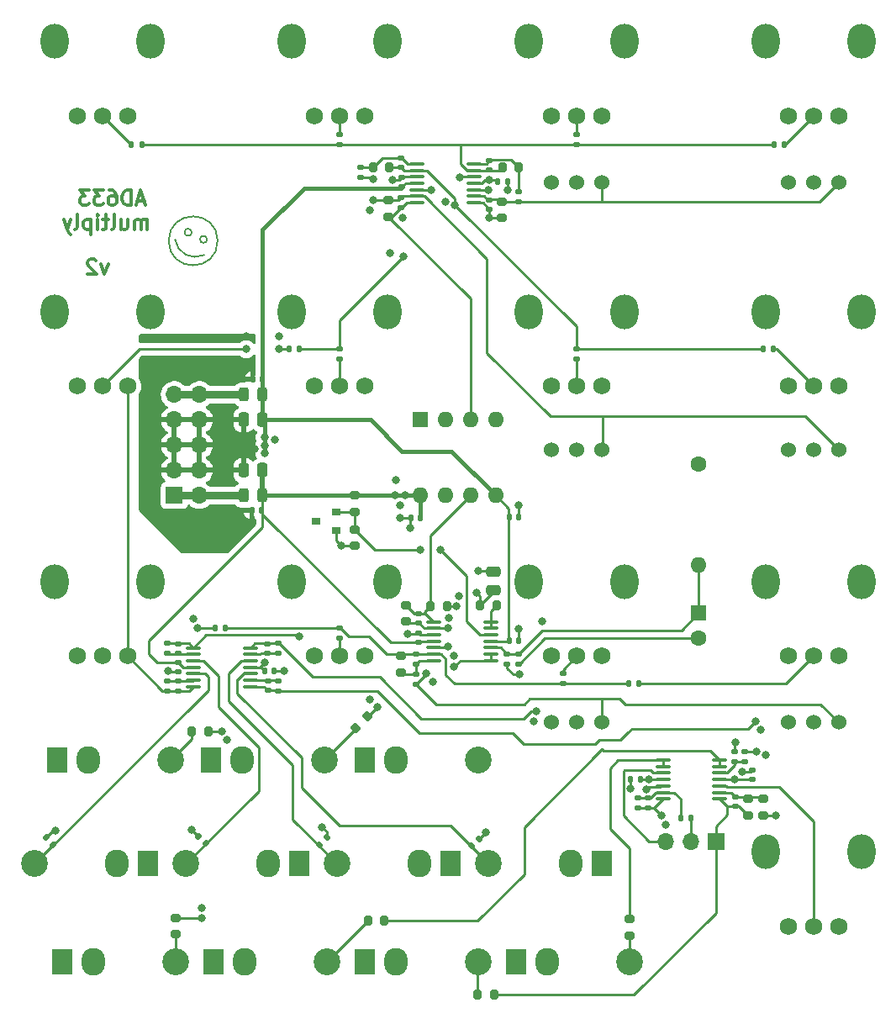
<source format=gbl>
G04 #@! TF.GenerationSoftware,KiCad,Pcbnew,(6.0.0)*
G04 #@! TF.CreationDate,2022-02-23T18:40:55+01:00*
G04 #@! TF.ProjectId,ad633muliply,61643633-336d-4756-9c69-706c792e6b69,rev?*
G04 #@! TF.SameCoordinates,Original*
G04 #@! TF.FileFunction,Copper,L4,Bot*
G04 #@! TF.FilePolarity,Positive*
%FSLAX46Y46*%
G04 Gerber Fmt 4.6, Leading zero omitted, Abs format (unit mm)*
G04 Created by KiCad (PCBNEW (6.0.0)) date 2022-02-23 18:40:55*
%MOMM*%
%LPD*%
G01*
G04 APERTURE LIST*
G04 Aperture macros list*
%AMRoundRect*
0 Rectangle with rounded corners*
0 $1 Rounding radius*
0 $2 $3 $4 $5 $6 $7 $8 $9 X,Y pos of 4 corners*
0 Add a 4 corners polygon primitive as box body*
4,1,4,$2,$3,$4,$5,$6,$7,$8,$9,$2,$3,0*
0 Add four circle primitives for the rounded corners*
1,1,$1+$1,$2,$3*
1,1,$1+$1,$4,$5*
1,1,$1+$1,$6,$7*
1,1,$1+$1,$8,$9*
0 Add four rect primitives between the rounded corners*
20,1,$1+$1,$2,$3,$4,$5,0*
20,1,$1+$1,$4,$5,$6,$7,0*
20,1,$1+$1,$6,$7,$8,$9,0*
20,1,$1+$1,$8,$9,$2,$3,0*%
G04 Aperture macros list end*
G04 #@! TA.AperFunction,NonConductor*
%ADD10C,0.200000*%
G04 #@! TD*
%ADD11C,0.300000*%
G04 #@! TA.AperFunction,NonConductor*
%ADD12C,0.300000*%
G04 #@! TD*
G04 #@! TA.AperFunction,ComponentPad*
%ADD13R,2.150000X2.600000*%
G04 #@! TD*
G04 #@! TA.AperFunction,ComponentPad*
%ADD14C,2.700000*%
G04 #@! TD*
G04 #@! TA.AperFunction,ComponentPad*
%ADD15O,2.350000X2.800000*%
G04 #@! TD*
G04 #@! TA.AperFunction,ComponentPad*
%ADD16O,2.800000X3.500000*%
G04 #@! TD*
G04 #@! TA.AperFunction,ComponentPad*
%ADD17C,1.750000*%
G04 #@! TD*
G04 #@! TA.AperFunction,ComponentPad*
%ADD18C,1.524000*%
G04 #@! TD*
G04 #@! TA.AperFunction,SMDPad,CuDef*
%ADD19RoundRect,0.140000X-0.170000X0.140000X-0.170000X-0.140000X0.170000X-0.140000X0.170000X0.140000X0*%
G04 #@! TD*
G04 #@! TA.AperFunction,SMDPad,CuDef*
%ADD20RoundRect,0.140000X0.170000X-0.140000X0.170000X0.140000X-0.170000X0.140000X-0.170000X-0.140000X0*%
G04 #@! TD*
G04 #@! TA.AperFunction,SMDPad,CuDef*
%ADD21RoundRect,0.135000X-0.226274X-0.035355X-0.035355X-0.226274X0.226274X0.035355X0.035355X0.226274X0*%
G04 #@! TD*
G04 #@! TA.AperFunction,SMDPad,CuDef*
%ADD22RoundRect,0.135000X-0.135000X-0.185000X0.135000X-0.185000X0.135000X0.185000X-0.135000X0.185000X0*%
G04 #@! TD*
G04 #@! TA.AperFunction,SMDPad,CuDef*
%ADD23RoundRect,0.135000X-0.185000X0.135000X-0.185000X-0.135000X0.185000X-0.135000X0.185000X0.135000X0*%
G04 #@! TD*
G04 #@! TA.AperFunction,SMDPad,CuDef*
%ADD24RoundRect,0.135000X0.185000X-0.135000X0.185000X0.135000X-0.185000X0.135000X-0.185000X-0.135000X0*%
G04 #@! TD*
G04 #@! TA.AperFunction,SMDPad,CuDef*
%ADD25RoundRect,0.135000X-0.035355X0.226274X-0.226274X0.035355X0.035355X-0.226274X0.226274X-0.035355X0*%
G04 #@! TD*
G04 #@! TA.AperFunction,SMDPad,CuDef*
%ADD26RoundRect,0.135000X0.135000X0.185000X-0.135000X0.185000X-0.135000X-0.185000X0.135000X-0.185000X0*%
G04 #@! TD*
G04 #@! TA.AperFunction,SMDPad,CuDef*
%ADD27RoundRect,0.250000X-0.250000X-0.475000X0.250000X-0.475000X0.250000X0.475000X-0.250000X0.475000X0*%
G04 #@! TD*
G04 #@! TA.AperFunction,SMDPad,CuDef*
%ADD28RoundRect,0.140000X0.140000X0.170000X-0.140000X0.170000X-0.140000X-0.170000X0.140000X-0.170000X0*%
G04 #@! TD*
G04 #@! TA.AperFunction,SMDPad,CuDef*
%ADD29RoundRect,0.140000X-0.140000X-0.170000X0.140000X-0.170000X0.140000X0.170000X-0.140000X0.170000X0*%
G04 #@! TD*
G04 #@! TA.AperFunction,SMDPad,CuDef*
%ADD30RoundRect,0.200000X0.200000X0.275000X-0.200000X0.275000X-0.200000X-0.275000X0.200000X-0.275000X0*%
G04 #@! TD*
G04 #@! TA.AperFunction,SMDPad,CuDef*
%ADD31RoundRect,0.100000X0.637500X0.100000X-0.637500X0.100000X-0.637500X-0.100000X0.637500X-0.100000X0*%
G04 #@! TD*
G04 #@! TA.AperFunction,ComponentPad*
%ADD32R,1.600000X1.600000*%
G04 #@! TD*
G04 #@! TA.AperFunction,ComponentPad*
%ADD33O,1.600000X1.600000*%
G04 #@! TD*
G04 #@! TA.AperFunction,ComponentPad*
%ADD34R,1.700000X1.700000*%
G04 #@! TD*
G04 #@! TA.AperFunction,ComponentPad*
%ADD35O,1.700000X1.700000*%
G04 #@! TD*
G04 #@! TA.AperFunction,SMDPad,CuDef*
%ADD36RoundRect,0.200000X-0.053033X0.335876X-0.335876X0.053033X0.053033X-0.335876X0.335876X-0.053033X0*%
G04 #@! TD*
G04 #@! TA.AperFunction,SMDPad,CuDef*
%ADD37RoundRect,0.200000X-0.200000X-0.275000X0.200000X-0.275000X0.200000X0.275000X-0.200000X0.275000X0*%
G04 #@! TD*
G04 #@! TA.AperFunction,SMDPad,CuDef*
%ADD38RoundRect,0.200000X-0.275000X0.200000X-0.275000X-0.200000X0.275000X-0.200000X0.275000X0.200000X0*%
G04 #@! TD*
G04 #@! TA.AperFunction,SMDPad,CuDef*
%ADD39RoundRect,0.100000X-0.637500X-0.100000X0.637500X-0.100000X0.637500X0.100000X-0.637500X0.100000X0*%
G04 #@! TD*
G04 #@! TA.AperFunction,SMDPad,CuDef*
%ADD40RoundRect,0.200000X0.275000X-0.200000X0.275000X0.200000X-0.275000X0.200000X-0.275000X-0.200000X0*%
G04 #@! TD*
G04 #@! TA.AperFunction,ComponentPad*
%ADD41C,1.600000*%
G04 #@! TD*
G04 #@! TA.AperFunction,SMDPad,CuDef*
%ADD42RoundRect,0.243750X-0.243750X-0.456250X0.243750X-0.456250X0.243750X0.456250X-0.243750X0.456250X0*%
G04 #@! TD*
G04 #@! TA.AperFunction,SMDPad,CuDef*
%ADD43RoundRect,0.250000X0.250000X0.475000X-0.250000X0.475000X-0.250000X-0.475000X0.250000X-0.475000X0*%
G04 #@! TD*
G04 #@! TA.AperFunction,SMDPad,CuDef*
%ADD44R,0.900000X0.800000*%
G04 #@! TD*
G04 #@! TA.AperFunction,SMDPad,CuDef*
%ADD45RoundRect,0.250000X0.475000X-0.250000X0.475000X0.250000X-0.475000X0.250000X-0.475000X-0.250000X0*%
G04 #@! TD*
G04 #@! TA.AperFunction,ViaPad*
%ADD46C,0.800000*%
G04 #@! TD*
G04 #@! TA.AperFunction,Conductor*
%ADD47C,0.250000*%
G04 #@! TD*
G04 #@! TA.AperFunction,Conductor*
%ADD48C,0.400000*%
G04 #@! TD*
G04 #@! TA.AperFunction,Conductor*
%ADD49C,0.500000*%
G04 #@! TD*
G04 #@! TA.AperFunction,Conductor*
%ADD50C,0.750000*%
G04 #@! TD*
G04 APERTURE END LIST*
D10*
X96004561Y-95489621D02*
G75*
G03*
X96004561Y-95489621I-359210J0D01*
G01*
X92778000Y-95510000D02*
G75*
G03*
X95690000Y-97080000I2039394J297066D01*
G01*
X94455161Y-94778421D02*
G75*
G03*
X94455161Y-94778421I-359210J0D01*
G01*
X97066598Y-95642021D02*
G75*
G03*
X97066598Y-95642021I-2466432J0D01*
G01*
D11*
D12*
X89678428Y-91630500D02*
X88964142Y-91630500D01*
X89821285Y-92059071D02*
X89321285Y-90559071D01*
X88821285Y-92059071D01*
X88321285Y-92059071D02*
X88321285Y-90559071D01*
X87964142Y-90559071D01*
X87749857Y-90630500D01*
X87607000Y-90773357D01*
X87535571Y-90916214D01*
X87464142Y-91201928D01*
X87464142Y-91416214D01*
X87535571Y-91701928D01*
X87607000Y-91844785D01*
X87749857Y-91987642D01*
X87964142Y-92059071D01*
X88321285Y-92059071D01*
X86178428Y-90559071D02*
X86464142Y-90559071D01*
X86607000Y-90630500D01*
X86678428Y-90701928D01*
X86821285Y-90916214D01*
X86892714Y-91201928D01*
X86892714Y-91773357D01*
X86821285Y-91916214D01*
X86749857Y-91987642D01*
X86607000Y-92059071D01*
X86321285Y-92059071D01*
X86178428Y-91987642D01*
X86107000Y-91916214D01*
X86035571Y-91773357D01*
X86035571Y-91416214D01*
X86107000Y-91273357D01*
X86178428Y-91201928D01*
X86321285Y-91130500D01*
X86607000Y-91130500D01*
X86749857Y-91201928D01*
X86821285Y-91273357D01*
X86892714Y-91416214D01*
X85535571Y-90559071D02*
X84607000Y-90559071D01*
X85107000Y-91130500D01*
X84892714Y-91130500D01*
X84749857Y-91201928D01*
X84678428Y-91273357D01*
X84607000Y-91416214D01*
X84607000Y-91773357D01*
X84678428Y-91916214D01*
X84749857Y-91987642D01*
X84892714Y-92059071D01*
X85321285Y-92059071D01*
X85464142Y-91987642D01*
X85535571Y-91916214D01*
X84107000Y-90559071D02*
X83178428Y-90559071D01*
X83678428Y-91130500D01*
X83464142Y-91130500D01*
X83321285Y-91201928D01*
X83249857Y-91273357D01*
X83178428Y-91416214D01*
X83178428Y-91773357D01*
X83249857Y-91916214D01*
X83321285Y-91987642D01*
X83464142Y-92059071D01*
X83892714Y-92059071D01*
X84035571Y-91987642D01*
X84107000Y-91916214D01*
X89999857Y-94474071D02*
X89999857Y-93474071D01*
X89999857Y-93616928D02*
X89928428Y-93545500D01*
X89785571Y-93474071D01*
X89571285Y-93474071D01*
X89428428Y-93545500D01*
X89357000Y-93688357D01*
X89357000Y-94474071D01*
X89357000Y-93688357D02*
X89285571Y-93545500D01*
X89142714Y-93474071D01*
X88928428Y-93474071D01*
X88785571Y-93545500D01*
X88714142Y-93688357D01*
X88714142Y-94474071D01*
X87357000Y-93474071D02*
X87357000Y-94474071D01*
X87999857Y-93474071D02*
X87999857Y-94259785D01*
X87928428Y-94402642D01*
X87785571Y-94474071D01*
X87571285Y-94474071D01*
X87428428Y-94402642D01*
X87357000Y-94331214D01*
X86428428Y-94474071D02*
X86571285Y-94402642D01*
X86642714Y-94259785D01*
X86642714Y-92974071D01*
X86071285Y-93474071D02*
X85499857Y-93474071D01*
X85857000Y-92974071D02*
X85857000Y-94259785D01*
X85785571Y-94402642D01*
X85642714Y-94474071D01*
X85499857Y-94474071D01*
X84999857Y-94474071D02*
X84999857Y-93474071D01*
X84999857Y-92974071D02*
X85071285Y-93045500D01*
X84999857Y-93116928D01*
X84928428Y-93045500D01*
X84999857Y-92974071D01*
X84999857Y-93116928D01*
X84285571Y-93474071D02*
X84285571Y-94974071D01*
X84285571Y-93545500D02*
X84142714Y-93474071D01*
X83857000Y-93474071D01*
X83714142Y-93545500D01*
X83642714Y-93616928D01*
X83571285Y-93759785D01*
X83571285Y-94188357D01*
X83642714Y-94331214D01*
X83714142Y-94402642D01*
X83857000Y-94474071D01*
X84142714Y-94474071D01*
X84285571Y-94402642D01*
X82714142Y-94474071D02*
X82857000Y-94402642D01*
X82928428Y-94259785D01*
X82928428Y-92974071D01*
X82285571Y-93474071D02*
X81928428Y-94474071D01*
X81571285Y-93474071D02*
X81928428Y-94474071D01*
X82071285Y-94831214D01*
X82142714Y-94902642D01*
X82285571Y-94974071D01*
D11*
D12*
X86039428Y-97981571D02*
X85682285Y-98981571D01*
X85325142Y-97981571D01*
X84825142Y-97624428D02*
X84753714Y-97553000D01*
X84610857Y-97481571D01*
X84253714Y-97481571D01*
X84110857Y-97553000D01*
X84039428Y-97624428D01*
X83968000Y-97767285D01*
X83968000Y-97910142D01*
X84039428Y-98124428D01*
X84896571Y-98981571D01*
X83968000Y-98981571D01*
D13*
X90048000Y-158374000D03*
D14*
X78648000Y-158374000D03*
D15*
X86948000Y-158374000D03*
D13*
X120528000Y-158374000D03*
D14*
X109128000Y-158374000D03*
D15*
X117428000Y-158374000D03*
D16*
X80676000Y-102769166D03*
X90276000Y-102769166D03*
D17*
X82976000Y-110269166D03*
X85476000Y-110269166D03*
X87976000Y-110269166D03*
D16*
X90276000Y-129968332D03*
X80676000Y-129968332D03*
D17*
X82976000Y-137468332D03*
X85476000Y-137468332D03*
X87976000Y-137468332D03*
D16*
X114152000Y-102769166D03*
X104552000Y-102769166D03*
D17*
X106852000Y-110269166D03*
X109352000Y-110269166D03*
X111852000Y-110269166D03*
D16*
X104552000Y-129968332D03*
X114152000Y-129968332D03*
D17*
X106852000Y-137468332D03*
X109352000Y-137468332D03*
X111852000Y-137468332D03*
D16*
X128428000Y-102769166D03*
X138028000Y-102769166D03*
D17*
X130728000Y-110269166D03*
X133228000Y-110269166D03*
X135728000Y-110269166D03*
D16*
X128428000Y-129968332D03*
X138028000Y-129968332D03*
D17*
X130728000Y-137468332D03*
X133228000Y-137468332D03*
X135728000Y-137468332D03*
D16*
X161904000Y-75570000D03*
X152304000Y-75570000D03*
D17*
X154604000Y-83070000D03*
X157104000Y-83070000D03*
X159604000Y-83070000D03*
D16*
X152304000Y-102769166D03*
X161904000Y-102769166D03*
D17*
X154604000Y-110269166D03*
X157104000Y-110269166D03*
X159604000Y-110269166D03*
D16*
X161904000Y-129968332D03*
X152304000Y-129968332D03*
D17*
X154604000Y-137468332D03*
X157104000Y-137468332D03*
X159604000Y-137468332D03*
D13*
X135768000Y-158374000D03*
D14*
X124368000Y-158374000D03*
D15*
X132668000Y-158374000D03*
D13*
X127132000Y-168280000D03*
D14*
X138532000Y-168280000D03*
D15*
X130232000Y-168280000D03*
D13*
X111892000Y-168280000D03*
D14*
X123292000Y-168280000D03*
D15*
X114992000Y-168280000D03*
D13*
X105288000Y-158374000D03*
D14*
X93888000Y-158374000D03*
D15*
X102188000Y-158374000D03*
D16*
X161904000Y-157165000D03*
X152304000Y-157165000D03*
D17*
X154604000Y-164665000D03*
X157104000Y-164665000D03*
X159604000Y-164665000D03*
D16*
X128428000Y-75570000D03*
X138028000Y-75570000D03*
D17*
X130728000Y-83070000D03*
X133228000Y-83070000D03*
X135728000Y-83070000D03*
D16*
X80676000Y-75570000D03*
X90276000Y-75570000D03*
D17*
X82976000Y-83070000D03*
X85476000Y-83070000D03*
X87976000Y-83070000D03*
D16*
X104552000Y-75570000D03*
X114152000Y-75570000D03*
D17*
X106852000Y-83070000D03*
X109352000Y-83070000D03*
X111852000Y-83070000D03*
D13*
X81412000Y-168280000D03*
D14*
X92812000Y-168280000D03*
D15*
X84512000Y-168280000D03*
D18*
X130688000Y-89794000D03*
X133228000Y-89794000D03*
X135768000Y-89794000D03*
X130688000Y-116718000D03*
X133228000Y-116718000D03*
X135768000Y-116718000D03*
X130688000Y-144150000D03*
X133228000Y-144150000D03*
X135768000Y-144150000D03*
X154564000Y-89794000D03*
X157104000Y-89794000D03*
X159644000Y-89794000D03*
X154564000Y-116718000D03*
X157104000Y-116718000D03*
X159644000Y-116718000D03*
X154564000Y-144150000D03*
X157104000Y-144150000D03*
X159644000Y-144150000D03*
D13*
X96398000Y-147960000D03*
D14*
X107798000Y-147960000D03*
D15*
X99498000Y-147960000D03*
D13*
X111892000Y-147960000D03*
D14*
X123292000Y-147960000D03*
D15*
X114992000Y-147960000D03*
D13*
X80904000Y-147960000D03*
D14*
X92304000Y-147960000D03*
D15*
X84004000Y-147960000D03*
D13*
X96652000Y-168280000D03*
D14*
X108052000Y-168280000D03*
D15*
X99752000Y-168280000D03*
D19*
X102087600Y-136202400D03*
X102087600Y-137162400D03*
D20*
X102138400Y-140921600D03*
X102138400Y-139961600D03*
D19*
X115575000Y-87282000D03*
X115575000Y-88242000D03*
D20*
X117022800Y-138252000D03*
X117022800Y-137292000D03*
D21*
X79801752Y-155747752D03*
X80523000Y-156469000D03*
D22*
X104270000Y-106558000D03*
X105290000Y-106558000D03*
X96853200Y-134650400D03*
X97873200Y-134650400D03*
D23*
X91978400Y-136170400D03*
X91978400Y-137190400D03*
D21*
X95168752Y-155620752D03*
X95890000Y-156342000D03*
D24*
X109352000Y-107574000D03*
X109352000Y-106554000D03*
X109352000Y-135666400D03*
X109352000Y-134646400D03*
D23*
X103154400Y-136170400D03*
X103154400Y-137190400D03*
D25*
X108041248Y-155747752D03*
X107320000Y-156469000D03*
D24*
X133228000Y-107578000D03*
X133228000Y-106558000D03*
D23*
X131856400Y-139195000D03*
X131856400Y-140215000D03*
D24*
X103205200Y-140953600D03*
X103205200Y-139933600D03*
D26*
X153044000Y-106558000D03*
X152024000Y-106558000D03*
X139480400Y-140238400D03*
X138460400Y-140238400D03*
D25*
X123408248Y-155874752D03*
X122687000Y-156596000D03*
D27*
X99700000Y-113670000D03*
X101600000Y-113670000D03*
D20*
X115651200Y-90223200D03*
X115651200Y-89263200D03*
D19*
X150906400Y-148953200D03*
X150906400Y-149913200D03*
D28*
X139628800Y-149890400D03*
X138668800Y-149890400D03*
D29*
X126420800Y-123423600D03*
X127380800Y-123423600D03*
D20*
X93096000Y-140944400D03*
X93096000Y-139984400D03*
X149230000Y-152605600D03*
X149230000Y-151645600D03*
D23*
X133228000Y-84964000D03*
X133228000Y-85984000D03*
D22*
X88397000Y-85984000D03*
X89417000Y-85984000D03*
D30*
X124921200Y-171582000D03*
X123271200Y-171582000D03*
D31*
X122900200Y-87894800D03*
X122900200Y-88544800D03*
X122900200Y-89194800D03*
X122900200Y-89844800D03*
X122900200Y-90494800D03*
X122900200Y-91144800D03*
X122900200Y-91794800D03*
X117175200Y-91794800D03*
X117175200Y-91144800D03*
X117175200Y-90494800D03*
X117175200Y-89844800D03*
X117175200Y-89194800D03*
X117175200Y-88544800D03*
X117175200Y-87894800D03*
X147639800Y-147940400D03*
X147639800Y-148590400D03*
X147639800Y-149240400D03*
X147639800Y-149890400D03*
X147639800Y-150540400D03*
X147639800Y-151190400D03*
X147639800Y-151840400D03*
X141914800Y-151840400D03*
X141914800Y-151190400D03*
X141914800Y-150540400D03*
X141914800Y-149890400D03*
X141914800Y-149240400D03*
X141914800Y-148590400D03*
X141914800Y-147940400D03*
D32*
X117480000Y-113670000D03*
D33*
X120020000Y-113670000D03*
X122560000Y-113670000D03*
X125100000Y-113670000D03*
X125100000Y-121290000D03*
X122560000Y-121290000D03*
X120020000Y-121290000D03*
X117480000Y-121290000D03*
D20*
X140390800Y-152730000D03*
X140390800Y-151770000D03*
D34*
X147248800Y-156138800D03*
D35*
X144708800Y-156138800D03*
X142168800Y-156138800D03*
D36*
X112169726Y-143566637D03*
X111003000Y-144733363D03*
D37*
X118534600Y-132415200D03*
X120184600Y-132415200D03*
D19*
X117327600Y-135135600D03*
X117327600Y-136095600D03*
D29*
X126420800Y-135920400D03*
X127380800Y-135920400D03*
D20*
X124465000Y-92461000D03*
X124465000Y-91501000D03*
D38*
X125735000Y-91699000D03*
X125735000Y-93349000D03*
D39*
X118867000Y-137921200D03*
X118867000Y-137271200D03*
X118867000Y-136621200D03*
X118867000Y-135971200D03*
X118867000Y-135321200D03*
X118867000Y-134671200D03*
X118867000Y-134021200D03*
X124592000Y-134021200D03*
X124592000Y-134671200D03*
X124592000Y-135321200D03*
X124592000Y-135971200D03*
X124592000Y-136621200D03*
X124592000Y-137271200D03*
X124592000Y-137921200D03*
D40*
X152024000Y-153509400D03*
X152024000Y-151859400D03*
D38*
X150500000Y-151859400D03*
X150500000Y-153509400D03*
X138562000Y-163949800D03*
X138562000Y-165599800D03*
D30*
X96143000Y-145039000D03*
X94493000Y-145039000D03*
D20*
X115575000Y-92278000D03*
X115575000Y-91318000D03*
D19*
X117327600Y-133154400D03*
X117327600Y-134114400D03*
D24*
X111511000Y-89286000D03*
X111511000Y-88266000D03*
X117022800Y-140291200D03*
X117022800Y-139271200D03*
X127386000Y-91699000D03*
X127386000Y-90679000D03*
D32*
X145547000Y-133141000D03*
D41*
X145547000Y-135641000D03*
D23*
X139374800Y-151768000D03*
X139374800Y-152788000D03*
D26*
X144710800Y-153751200D03*
X143690800Y-153751200D03*
D23*
X149179200Y-147094400D03*
X149179200Y-148114400D03*
D38*
X92842000Y-163836000D03*
X92842000Y-165486000D03*
D41*
X145547000Y-118115000D03*
D33*
X145547000Y-128275000D03*
D42*
X99700000Y-121290000D03*
X101575000Y-121290000D03*
X99700000Y-111130000D03*
X101575000Y-111130000D03*
D35*
X95255000Y-121290000D03*
D34*
X92715000Y-121290000D03*
D35*
X95255000Y-118750000D03*
X92715000Y-116210000D03*
X95255000Y-116210000D03*
X92715000Y-113670000D03*
X95255000Y-113670000D03*
X92715000Y-118750000D03*
X95255000Y-111130000D03*
X92715000Y-111130000D03*
D19*
X150144400Y-147101600D03*
X150144400Y-148061600D03*
D20*
X127386000Y-138252000D03*
X127386000Y-137292000D03*
D23*
X126243000Y-137292000D03*
X126243000Y-138312000D03*
D43*
X101600000Y-118750000D03*
X99700000Y-118750000D03*
D20*
X93096000Y-139070000D03*
X93096000Y-138110000D03*
D29*
X101810800Y-138917600D03*
X102770800Y-138917600D03*
D28*
X126263200Y-89692400D03*
X125303200Y-89692400D03*
D29*
X116520000Y-123576000D03*
X117480000Y-123576000D03*
X100518000Y-122814000D03*
X101478000Y-122814000D03*
D28*
X101605000Y-109606000D03*
X100645000Y-109606000D03*
D19*
X124465000Y-87564000D03*
X124465000Y-88524000D03*
D44*
X108996400Y-122915600D03*
X108996400Y-124815600D03*
X106996400Y-123865600D03*
D30*
X113846800Y-164114400D03*
X112196800Y-164114400D03*
D24*
X92029200Y-141004400D03*
X92029200Y-139984400D03*
D26*
X154183000Y-85984000D03*
X153163000Y-85984000D03*
D23*
X109352000Y-84964000D03*
X109352000Y-85984000D03*
D38*
X110876000Y-121265600D03*
X110876000Y-122915600D03*
D40*
X110876000Y-126370000D03*
X110876000Y-124720000D03*
D45*
X124846000Y-130825200D03*
X124846000Y-128925200D03*
D30*
X125163000Y-132364400D03*
X123513000Y-132364400D03*
D37*
X125736000Y-88270000D03*
X127386000Y-88270000D03*
D38*
X115498800Y-137444400D03*
X115498800Y-139094400D03*
X114305000Y-91572000D03*
X114305000Y-93222000D03*
D40*
X116057600Y-133990000D03*
X116057600Y-132340000D03*
D39*
X94635400Y-140543200D03*
X94635400Y-139893200D03*
X94635400Y-139243200D03*
X94635400Y-138593200D03*
X94635400Y-137943200D03*
X94635400Y-137293200D03*
X94635400Y-136643200D03*
X100360400Y-136643200D03*
X100360400Y-137293200D03*
X100360400Y-137943200D03*
X100360400Y-138593200D03*
X100360400Y-139243200D03*
X100360400Y-139893200D03*
X100360400Y-140543200D03*
D19*
X93096000Y-136230400D03*
X93096000Y-137190400D03*
D30*
X114368000Y-88270000D03*
X112718000Y-88270000D03*
D46*
X140238400Y-150855600D03*
X126268400Y-90556000D03*
X121493200Y-89286000D03*
X149890400Y-149128400D03*
X142219600Y-154411600D03*
X99954000Y-105288000D03*
X112400000Y-92588000D03*
X115702000Y-93350000D03*
X80777000Y-155072000D03*
X94620000Y-133736000D03*
X103764000Y-138943000D03*
X115067000Y-119766000D03*
X138668800Y-150799600D03*
X151770000Y-144912000D03*
X129799000Y-133990000D03*
X92080000Y-138943000D03*
X120401000Y-133609000D03*
X114686000Y-89540000D03*
X118750000Y-140086000D03*
X124084000Y-155199000D03*
X121417000Y-131450000D03*
X123322000Y-128910000D03*
X118623000Y-90556000D03*
X124338000Y-90505200D03*
X120274000Y-136530000D03*
X98049000Y-145928000D03*
X95509000Y-162819000D03*
X114432000Y-96906000D03*
X103256000Y-105288000D03*
X116210000Y-135260000D03*
X94493000Y-154945000D03*
X90175000Y-114940000D03*
X120909000Y-137419000D03*
X112400000Y-141864000D03*
X90175000Y-117480000D03*
X107574000Y-154691000D03*
X90175000Y-119766000D03*
X127386000Y-122306000D03*
X149230000Y-146182000D03*
X100843000Y-116591000D03*
X115448000Y-122306000D03*
X116464000Y-124592000D03*
X128910000Y-144023000D03*
X127386000Y-134752000D03*
X120020000Y-91699000D03*
X152278000Y-147452000D03*
X127513000Y-139324000D03*
X90175000Y-112400000D03*
X102875000Y-115702000D03*
X109504400Y-126370000D03*
X153294000Y-153548000D03*
X115448000Y-123576000D03*
X114940000Y-121290000D03*
X149128400Y-149890400D03*
X115956000Y-121290000D03*
X124439600Y-89489200D03*
X101810800Y-116232800D03*
X101810800Y-115425200D03*
X101810800Y-117045600D03*
X140543200Y-149890400D03*
X101810800Y-138076800D03*
X105288000Y-135514000D03*
X129164000Y-143007000D03*
X151262000Y-144023000D03*
X115765500Y-97223500D03*
X120972500Y-92016500D03*
X99954000Y-106558000D03*
X103256000Y-106558000D03*
X95026400Y-134650400D03*
X112781000Y-91572000D03*
X112781000Y-89413000D03*
X118115000Y-139197000D03*
X120274000Y-134625000D03*
X97541000Y-145039000D03*
X124465000Y-93350000D03*
X113162000Y-142626000D03*
X121137600Y-132415200D03*
X141762400Y-153497200D03*
X151312800Y-147071000D03*
X120909000Y-138562000D03*
X95509000Y-163835000D03*
X119512000Y-126751000D03*
X117480000Y-126751000D03*
X123195000Y-131069000D03*
D47*
X128656000Y-143007000D02*
X129164000Y-143007000D01*
X127894000Y-143769000D02*
X128656000Y-143007000D01*
X106685000Y-139578000D02*
X113416000Y-139578000D01*
X113416000Y-139578000D02*
X117607000Y-143769000D01*
X103277400Y-136170400D02*
X106685000Y-139578000D01*
X103154400Y-136170400D02*
X103277400Y-136170400D01*
X117607000Y-143769000D02*
X127894000Y-143769000D01*
X127386000Y-91699000D02*
X135895000Y-91699000D01*
X135768000Y-91572000D02*
X135895000Y-91699000D01*
X135768000Y-89794000D02*
X135768000Y-91572000D01*
X135895000Y-91699000D02*
X157739000Y-91699000D01*
X157739000Y-91699000D02*
X159644000Y-89794000D01*
X135822800Y-113314400D02*
X135818800Y-113310400D01*
X156240400Y-113314400D02*
X135822800Y-113314400D01*
X159644000Y-116718000D02*
X156240400Y-113314400D01*
X135818800Y-116667200D02*
X135818800Y-113310400D01*
X135768000Y-116718000D02*
X135818800Y-116667200D01*
X135768000Y-141864000D02*
X135895000Y-141737000D01*
X135768000Y-144150000D02*
X135768000Y-141864000D01*
X137524600Y-141737000D02*
X135895000Y-141737000D01*
X135895000Y-141737000D02*
X128529000Y-141737000D01*
X119048800Y-142317200D02*
X117022800Y-140291200D01*
X127966200Y-142317200D02*
X119048800Y-142317200D01*
X127966200Y-142299800D02*
X127966200Y-142317200D01*
X138104800Y-142317200D02*
X137524600Y-141737000D01*
X148722000Y-142321200D02*
X148718000Y-142317200D01*
X157815200Y-142321200D02*
X148722000Y-142321200D01*
X159644000Y-144150000D02*
X157815200Y-142321200D01*
X148718000Y-142317200D02*
X138104800Y-142317200D01*
X128529000Y-141737000D02*
X127966200Y-142299800D01*
X109504400Y-126370000D02*
X110876000Y-126370000D01*
X117203200Y-135260000D02*
X117327600Y-135135600D01*
X123322000Y-128910000D02*
X124830800Y-128910000D01*
X95168752Y-155620752D02*
X94493000Y-154945000D01*
X80777000Y-155072000D02*
X80477504Y-155072000D01*
X127386000Y-135915200D02*
X127380800Y-135920400D01*
X123408248Y-155874752D02*
X124084000Y-155199000D01*
X117175200Y-89194800D02*
X115719600Y-89194800D01*
X108996400Y-125862000D02*
X109504400Y-126370000D01*
X118867000Y-136621200D02*
X120182800Y-136621200D01*
X117513200Y-135321200D02*
X117327600Y-135135600D01*
X122900200Y-89194800D02*
X121584400Y-89194800D01*
X93096000Y-139070000D02*
X92207000Y-139070000D01*
X127386000Y-122306000D02*
X127386000Y-123418400D01*
X126263200Y-90550800D02*
X126268400Y-90556000D01*
X149179200Y-147094400D02*
X149179200Y-146232800D01*
X127386000Y-134752000D02*
X127386000Y-135915200D01*
X121584400Y-89194800D02*
X121493200Y-89286000D01*
X127386000Y-123418400D02*
X127380800Y-123423600D01*
X116520000Y-123576000D02*
X115448000Y-123576000D01*
X120182800Y-136621200D02*
X120274000Y-136530000D01*
X149179200Y-146232800D02*
X149230000Y-146182000D01*
X141722000Y-150540400D02*
X141597010Y-150665390D01*
X124830800Y-128910000D02*
X124846000Y-128925200D01*
X126243000Y-138689000D02*
X126878000Y-139324000D01*
X108041248Y-155747752D02*
X108041248Y-155158248D01*
X108041248Y-155158248D02*
X107574000Y-154691000D01*
X138668800Y-149890400D02*
X138668800Y-150799600D01*
X126878000Y-139324000D02*
X127513000Y-139324000D01*
X117236400Y-90556000D02*
X117175200Y-90494800D01*
X153255400Y-153509400D02*
X153294000Y-153548000D01*
X115374400Y-89540000D02*
X115651200Y-89263200D01*
X140238400Y-150855600D02*
X140289200Y-150855600D01*
X149890400Y-149128400D02*
X150731200Y-149128400D01*
X102770800Y-138917600D02*
X103662400Y-138917600D01*
X92207000Y-139070000D02*
X92080000Y-138943000D01*
X80477504Y-155072000D02*
X79801752Y-155747752D01*
X141914800Y-150540400D02*
X141722000Y-150540400D01*
X115719600Y-89194800D02*
X115651200Y-89263200D01*
X108996400Y-124815600D02*
X108996400Y-125862000D01*
X126263200Y-89692400D02*
X126263200Y-90550800D01*
X122900200Y-90494800D02*
X124276800Y-90494800D01*
X118867000Y-135321200D02*
X117513200Y-135321200D01*
X118623000Y-90556000D02*
X117236400Y-90556000D01*
X126243000Y-138312000D02*
X126243000Y-138689000D01*
X116464000Y-124592000D02*
X116464000Y-123632000D01*
X116464000Y-123632000D02*
X116520000Y-123576000D01*
X150731200Y-149128400D02*
X150906400Y-148953200D01*
X114686000Y-89540000D02*
X115374400Y-89540000D01*
X152024000Y-153509400D02*
X153255400Y-153509400D01*
X141597010Y-150665390D02*
X140479410Y-150665390D01*
X140289200Y-150855600D02*
X140479410Y-150665390D01*
X116210000Y-135260000D02*
X117203200Y-135260000D01*
X124368000Y-158374000D02*
X120558000Y-154564000D01*
X99083739Y-139832000D02*
X99672539Y-139243200D01*
X99065000Y-141229000D02*
X99065000Y-139832000D01*
X99672539Y-139243200D02*
X100360400Y-139243200D01*
X120558000Y-154564000D02*
X109352000Y-154564000D01*
X99065000Y-139832000D02*
X99083739Y-139832000D01*
X109352000Y-154564000D02*
X105542000Y-150754000D01*
X105542000Y-147706000D02*
X105542000Y-147833000D01*
X99065000Y-141229000D02*
X105542000Y-147706000D01*
X105542000Y-150754000D02*
X105542000Y-147833000D01*
X101224000Y-151038000D02*
X93888000Y-158374000D01*
X97160000Y-139451000D02*
X97160000Y-142626000D01*
X97160000Y-142626000D02*
X101224000Y-146690000D01*
X95652200Y-137943200D02*
X97160000Y-139451000D01*
X94635400Y-137943200D02*
X95652200Y-137943200D01*
X101224000Y-146690000D02*
X101224000Y-151038000D01*
X143809000Y-134879000D02*
X145547000Y-133141000D01*
X127386000Y-137292000D02*
X129799000Y-134879000D01*
X126243000Y-137292000D02*
X127386000Y-137292000D01*
X129799000Y-134879000D02*
X143809000Y-134879000D01*
X124592000Y-136621200D02*
X125572200Y-136621200D01*
X145547000Y-133141000D02*
X145547000Y-128275000D01*
X125572200Y-136621200D02*
X126243000Y-137292000D01*
X120052179Y-139356179D02*
X120052179Y-137767821D01*
X120936400Y-140240400D02*
X120052179Y-139356179D01*
X138460400Y-140238400D02*
X138458400Y-140240400D01*
X120052179Y-137767821D02*
X119555558Y-137271200D01*
X109402800Y-134646400D02*
X97920000Y-134646400D01*
X110270400Y-135514000D02*
X109402800Y-134646400D01*
X118867000Y-137271200D02*
X115672000Y-137271200D01*
X119555558Y-137271200D02*
X118867000Y-137271200D01*
X117022800Y-137292000D02*
X114127200Y-137292000D01*
X138458400Y-140240400D02*
X120936400Y-140240400D01*
X112349200Y-135514000D02*
X110270400Y-135514000D01*
X114127200Y-137292000D02*
X112349200Y-135514000D01*
X125461200Y-88544800D02*
X125736000Y-88270000D01*
X122900200Y-88544800D02*
X125461200Y-88544800D01*
X89417000Y-85984000D02*
X109352000Y-85984000D01*
X122900200Y-88544800D02*
X122212339Y-88544800D01*
X121544000Y-85984000D02*
X109352000Y-85984000D01*
X122212339Y-88544800D02*
X121544000Y-87876461D01*
X121544000Y-87876461D02*
X121544000Y-85984000D01*
X153163000Y-85984000D02*
X133228000Y-85984000D01*
X133228000Y-85984000D02*
X127894000Y-85984000D01*
X127894000Y-85984000D02*
X121544000Y-85984000D01*
X122900200Y-87894800D02*
X124134200Y-87894800D01*
X127386000Y-88270000D02*
X126586480Y-87470480D01*
X126586480Y-87470480D02*
X124558520Y-87470480D01*
X124134200Y-87894800D02*
X124465000Y-87564000D01*
X127386000Y-88270000D02*
X127386000Y-90679000D01*
X124558520Y-87470480D02*
X124465000Y-87564000D01*
X150500000Y-151859400D02*
X150500000Y-151724400D01*
X150500000Y-151724400D02*
X150421200Y-151645600D01*
X147639800Y-151190400D02*
X148774800Y-151190400D01*
X148774800Y-151190400D02*
X149230000Y-151645600D01*
X150421200Y-151645600D02*
X151810200Y-151645600D01*
X151810200Y-151645600D02*
X152024000Y-151859400D01*
X149230000Y-151645600D02*
X150421200Y-151645600D01*
X93096000Y-140944400D02*
X94234200Y-140944400D01*
X91512068Y-141004400D02*
X92029200Y-141004400D01*
X92029200Y-141004400D02*
X93036000Y-141004400D01*
X87976000Y-137468332D02*
X87976000Y-110269166D01*
X93036000Y-141004400D02*
X93096000Y-140944400D01*
X94234200Y-140944400D02*
X94635400Y-140543200D01*
X87976000Y-137468332D02*
X91512068Y-141004400D01*
X139019200Y-171582000D02*
X126674800Y-171582000D01*
X148405000Y-152605600D02*
X149230000Y-152605600D01*
X147248800Y-163352400D02*
X139019200Y-171582000D01*
X148405000Y-153430600D02*
X147248800Y-154586800D01*
X147639800Y-151840400D02*
X148405000Y-152605600D01*
X148405000Y-152605600D02*
X148405000Y-153430600D01*
X126674800Y-171582000D02*
X124921200Y-171582000D01*
X149230000Y-152605600D02*
X149596200Y-152605600D01*
X147248800Y-156138800D02*
X147248800Y-154586800D01*
X149596200Y-152605600D02*
X150500000Y-153509400D01*
X147248800Y-156138800D02*
X147248800Y-163352400D01*
D48*
X115956000Y-121290000D02*
X117480000Y-121290000D01*
D47*
X123993300Y-89489200D02*
X124439600Y-89489200D01*
X118867000Y-135971200D02*
X117429200Y-135971200D01*
X93102930Y-138110000D02*
X93096000Y-138110000D01*
X101575000Y-118775000D02*
X101600000Y-118750000D01*
X147639800Y-149890400D02*
X150883600Y-149890400D01*
X123588758Y-89844800D02*
X122900200Y-89844800D01*
D48*
X101575000Y-121290000D02*
X115956000Y-121290000D01*
D47*
X124439600Y-89489200D02*
X125100000Y-89489200D01*
X94635400Y-138593200D02*
X93586130Y-138593200D01*
X93586130Y-138593200D02*
X93102930Y-138110000D01*
X117429200Y-135971200D02*
X117327600Y-136072800D01*
D49*
X101575000Y-121290000D02*
X101575000Y-118775000D01*
D47*
X123637700Y-89844800D02*
X123993300Y-89489200D01*
X101575000Y-124495000D02*
X90149600Y-135920400D01*
X150883600Y-149890400D02*
X150906400Y-149913200D01*
X90149600Y-135920400D02*
X90149600Y-137292000D01*
D48*
X117480000Y-121290000D02*
X117480000Y-123576000D01*
D47*
X122900200Y-89844800D02*
X123637700Y-89844800D01*
X101575000Y-121290000D02*
X101575000Y-124495000D01*
X117327600Y-136072800D02*
X114482800Y-136072800D01*
X114482800Y-136072800D02*
X101575000Y-123165000D01*
X101575000Y-123165000D02*
X101575000Y-121290000D01*
X125100000Y-89489200D02*
X125303200Y-89692400D01*
X90967600Y-138110000D02*
X93096000Y-138110000D01*
X90149600Y-137292000D02*
X90967600Y-138110000D01*
D48*
X101600000Y-94498000D02*
X105758489Y-90339511D01*
D47*
X116029600Y-89844800D02*
X115651200Y-90223200D01*
X124592000Y-135971200D02*
X126370000Y-135971200D01*
D48*
X115651200Y-116819600D02*
X120629600Y-116819600D01*
X120629600Y-116819600D02*
X125100000Y-121290000D01*
D47*
X139628800Y-149890400D02*
X141914800Y-149890400D01*
X100360400Y-138593200D02*
X101319800Y-138593200D01*
X126370000Y-135971200D02*
X126420800Y-135920400D01*
X126402990Y-122592990D02*
X126402990Y-135877190D01*
D48*
X101575000Y-111130000D02*
X101575000Y-113645000D01*
X103205200Y-113675200D02*
X101605200Y-113675200D01*
X115651200Y-116819600D02*
X112506800Y-113675200D01*
X101810800Y-114955908D02*
X101810800Y-113880800D01*
D47*
X117175200Y-89844800D02*
X116029600Y-89844800D01*
X101810800Y-138102200D02*
X101319800Y-138593200D01*
D48*
X105758489Y-90339511D02*
X115534889Y-90339511D01*
X101810800Y-114955908D02*
X101810800Y-117045600D01*
D47*
X101600000Y-111155000D02*
X101575000Y-111130000D01*
D48*
X101600000Y-113670000D02*
X101600000Y-94498000D01*
D47*
X101486400Y-138593200D02*
X101810800Y-138917600D01*
D48*
X112506800Y-113675200D02*
X103205200Y-113675200D01*
D47*
X125100000Y-121290000D02*
X126402990Y-122592990D01*
X101486400Y-138593200D02*
X101497600Y-138593200D01*
D48*
X101810800Y-113880800D02*
X101600000Y-113670000D01*
D47*
X101319800Y-138593200D02*
X101486400Y-138593200D01*
X126402990Y-135877190D02*
X126420800Y-135895000D01*
D48*
X115534889Y-90339511D02*
X115651200Y-90223200D01*
D47*
X140966202Y-149240400D02*
X140651002Y-148925200D01*
X141914800Y-149240400D02*
X140966202Y-149240400D01*
X140651002Y-148925200D02*
X138054000Y-148925200D01*
X137943799Y-153539399D02*
X140543200Y-156138800D01*
X137943799Y-149035401D02*
X137943799Y-153539399D01*
X138054000Y-148925200D02*
X137943799Y-149035401D01*
X140543200Y-156138800D02*
X142168800Y-156138800D01*
X115675600Y-139271200D02*
X115498800Y-139094400D01*
X118867000Y-137921200D02*
X117353600Y-137921200D01*
X117022800Y-138252000D02*
X117022800Y-139271200D01*
X117022800Y-139271200D02*
X115675600Y-139271200D01*
X117353600Y-137921200D02*
X117022800Y-138252000D01*
X94635400Y-137293200D02*
X92081200Y-137293200D01*
X92081200Y-137293200D02*
X91978400Y-137190400D01*
X94635400Y-136643200D02*
X94162600Y-136170400D01*
X94162600Y-136170400D02*
X91978400Y-136170400D01*
X94635400Y-136643200D02*
X95925034Y-135353566D01*
X105127566Y-135353566D02*
X105288000Y-135514000D01*
X95925034Y-135353566D02*
X105127566Y-135353566D01*
X100360400Y-137293200D02*
X101349800Y-137293200D01*
X103154400Y-137190400D02*
X101452600Y-137190400D01*
X101452600Y-137190400D02*
X101349800Y-137293200D01*
X100360400Y-136643200D02*
X100833200Y-136170400D01*
X100833200Y-136170400D02*
X103154400Y-136170400D01*
X100360400Y-139893200D02*
X103164800Y-139893200D01*
X103164800Y-139893200D02*
X103205200Y-139933600D01*
X101760000Y-140543200D02*
X102138400Y-140921600D01*
X137673000Y-145928000D02*
X138435000Y-145166000D01*
X135514000Y-145928000D02*
X137546000Y-145928000D01*
X127894000Y-146309000D02*
X135133000Y-146309000D01*
X148341000Y-144785000D02*
X150500000Y-144785000D01*
X137546000Y-145928000D02*
X137673000Y-145928000D01*
X138816000Y-144785000D02*
X148341000Y-144785000D01*
X127894000Y-146309000D02*
X126821511Y-145236511D01*
X138435000Y-145166000D02*
X138816000Y-144785000D01*
X103173200Y-140921600D02*
X103205200Y-140953600D01*
X113140600Y-140953600D02*
X103205200Y-140953600D01*
X100360400Y-140543200D02*
X101760000Y-140543200D01*
X117423511Y-145236511D02*
X113140600Y-140953600D01*
X135133000Y-146309000D02*
X135387000Y-146055000D01*
X126821511Y-145236511D02*
X117423511Y-145236511D01*
X135387000Y-146055000D02*
X135514000Y-145928000D01*
X150500000Y-144785000D02*
X151262000Y-144023000D01*
X102138400Y-140921600D02*
X103173200Y-140921600D01*
X117175200Y-88544800D02*
X118135800Y-88544800D01*
X109352000Y-103637000D02*
X115765500Y-97223500D01*
X133228000Y-104272000D02*
X120972500Y-92016500D01*
X115877800Y-88544800D02*
X115575000Y-88242000D01*
X133228000Y-106558000D02*
X152024000Y-106558000D01*
X109352000Y-106554000D02*
X109352000Y-103637000D01*
X118135800Y-88544800D02*
X120972500Y-91381500D01*
X115547000Y-88270000D02*
X115575000Y-88242000D01*
X133228000Y-106558000D02*
X133228000Y-104272000D01*
X109348000Y-106558000D02*
X109352000Y-106554000D01*
X120972500Y-91381500D02*
X120972500Y-92016500D01*
X105290000Y-106558000D02*
X109348000Y-106558000D01*
X117175200Y-88544800D02*
X115877800Y-88544800D01*
X114368000Y-88270000D02*
X115547000Y-88270000D01*
X115603000Y-87282000D02*
X115575000Y-87282000D01*
X111511000Y-88266000D02*
X112714000Y-88266000D01*
X112714000Y-88266000D02*
X112718000Y-88270000D01*
X113706000Y-87282000D02*
X112718000Y-88270000D01*
X116215800Y-87894800D02*
X115603000Y-87282000D01*
X115575000Y-87282000D02*
X113706000Y-87282000D01*
X117175200Y-87894800D02*
X116215800Y-87894800D01*
X94544200Y-139984400D02*
X94635400Y-139893200D01*
X92029200Y-139984400D02*
X94544200Y-139984400D01*
X95809200Y-139243200D02*
X96144000Y-139578000D01*
X96144000Y-139578000D02*
X96144000Y-140878000D01*
X96144000Y-140878000D02*
X78648000Y-158374000D01*
X94635400Y-139243200D02*
X95809200Y-139243200D01*
X98176000Y-141991000D02*
X98176000Y-139197000D01*
X104653000Y-153899000D02*
X104653000Y-148468000D01*
X98176000Y-139197000D02*
X99429800Y-137943200D01*
X109128000Y-158374000D02*
X104653000Y-153899000D01*
X99429800Y-137943200D02*
X100360400Y-137943200D01*
X104653000Y-148468000D02*
X98176000Y-141991000D01*
X104270000Y-106558000D02*
X103256000Y-106558000D01*
X99954000Y-106558000D02*
X89187166Y-106558000D01*
X89187166Y-106558000D02*
X85476000Y-110269166D01*
X96853200Y-134650400D02*
X95026400Y-134650400D01*
X109352000Y-107574000D02*
X109352000Y-110269166D01*
X109352000Y-137468332D02*
X109352000Y-135666400D01*
X133228000Y-107578000D02*
X133228000Y-110269166D01*
X131856400Y-138839932D02*
X133228000Y-137468332D01*
X131856400Y-139195000D02*
X131856400Y-138839932D01*
X153044000Y-106558000D02*
X153392834Y-106558000D01*
X153392834Y-106558000D02*
X157104000Y-110269166D01*
X139480400Y-140238400D02*
X154333932Y-140238400D01*
X154333932Y-140238400D02*
X157104000Y-137468332D01*
X133228000Y-84964000D02*
X133228000Y-83070000D01*
X154190000Y-85984000D02*
X157104000Y-83070000D01*
X154183000Y-85984000D02*
X154190000Y-85984000D01*
X85476000Y-83070000D02*
X88390000Y-85984000D01*
X109352000Y-84964000D02*
X109352000Y-83070000D01*
X92842000Y-165486000D02*
X92812000Y-165516000D01*
X92812000Y-165516000D02*
X92812000Y-168280000D01*
X127386000Y-91699000D02*
X125735000Y-91699000D01*
X122900200Y-91144800D02*
X123910800Y-91144800D01*
X124211000Y-91445000D02*
X124465000Y-91445000D01*
X125481000Y-91445000D02*
X125735000Y-91699000D01*
X124465000Y-91445000D02*
X125481000Y-91445000D01*
X123910800Y-91144800D02*
X124211000Y-91445000D01*
X111511000Y-89286000D02*
X112654000Y-89286000D01*
X124211000Y-106939000D02*
X124211000Y-97492739D01*
X114305000Y-91572000D02*
X115321000Y-91572000D01*
X130582400Y-113310400D02*
X124211000Y-106939000D01*
X115748200Y-91144800D02*
X117175200Y-91144800D01*
X135818800Y-113310400D02*
X130582400Y-113310400D01*
X115575000Y-91318000D02*
X115748200Y-91144800D01*
X124211000Y-97492739D02*
X117863061Y-91144800D01*
X115321000Y-91572000D02*
X115575000Y-91318000D01*
X117863061Y-91144800D02*
X117175200Y-91144800D01*
X112654000Y-89286000D02*
X112781000Y-89413000D01*
X112781000Y-91572000D02*
X114305000Y-91572000D01*
X117327600Y-134114400D02*
X116182000Y-134114400D01*
X117327600Y-134114400D02*
X117884400Y-134671200D01*
X118117000Y-139197000D02*
X117022800Y-140291200D01*
X117884400Y-134671200D02*
X118867000Y-134671200D01*
X120227800Y-134671200D02*
X120274000Y-134625000D01*
X116182000Y-134114400D02*
X116057600Y-133990000D01*
X118867000Y-134671200D02*
X120227800Y-134671200D01*
X124458070Y-92461000D02*
X124465000Y-92461000D01*
X124465000Y-92461000D02*
X124465000Y-93350000D01*
X124466000Y-93349000D02*
X124465000Y-93350000D01*
X97541000Y-145039000D02*
X96143000Y-145039000D01*
X125735000Y-93349000D02*
X124466000Y-93349000D01*
X123798800Y-91801730D02*
X124458070Y-92461000D01*
X123798800Y-91794800D02*
X123798800Y-91801730D01*
X122900200Y-91794800D02*
X123798800Y-91794800D01*
X115631000Y-92278000D02*
X116114200Y-91794800D01*
X114305000Y-93222000D02*
X114631000Y-93222000D01*
X114631000Y-93222000D02*
X115575000Y-92278000D01*
X116114200Y-91794800D02*
X117175200Y-91794800D01*
X115575000Y-92278000D02*
X115631000Y-92278000D01*
X112221363Y-143566637D02*
X113162000Y-142626000D01*
X122560000Y-113670000D02*
X122560000Y-101477000D01*
X122560000Y-101477000D02*
X114305000Y-93222000D01*
X118000200Y-132949600D02*
X118534600Y-132415200D01*
X118000200Y-133154400D02*
X117812800Y-133154400D01*
X116872000Y-133154400D02*
X116057600Y-132340000D01*
X118000200Y-132967000D02*
X117812800Y-133154400D01*
X118000200Y-133154400D02*
X118000200Y-132949600D01*
X117812800Y-133154400D02*
X117327600Y-133154400D01*
X118867000Y-134021200D02*
X118000200Y-133154400D01*
X118534600Y-125315400D02*
X122560000Y-121290000D01*
X117327600Y-133154400D02*
X116872000Y-133154400D01*
X118534600Y-132415200D02*
X118534600Y-125315400D01*
X118000200Y-132949600D02*
X118000200Y-132967000D01*
X108052000Y-168280000D02*
X112217600Y-164114400D01*
X94493000Y-145039000D02*
X94493000Y-145771000D01*
X94493000Y-145771000D02*
X92304000Y-147960000D01*
X107798000Y-147960000D02*
X111003000Y-144755000D01*
X121137600Y-132415200D02*
X120184600Y-132415200D01*
X149179200Y-148438500D02*
X149179200Y-148114400D01*
X149179200Y-148114400D02*
X149179200Y-148389558D01*
X149232000Y-148061600D02*
X149179200Y-148114400D01*
X148377300Y-149240400D02*
X149179200Y-148438500D01*
X147639800Y-149240400D02*
X148377300Y-149240400D01*
X149179200Y-148389558D02*
X149179200Y-148266800D01*
X150144400Y-148061600D02*
X149232000Y-148061600D01*
X139374800Y-152788000D02*
X140332800Y-152788000D01*
X150144400Y-147101600D02*
X151282200Y-147101600D01*
X140332800Y-152788000D02*
X140390800Y-152730000D01*
X130053000Y-135641000D02*
X145547000Y-135641000D01*
X141025200Y-152730000D02*
X141914800Y-151840400D01*
X127386000Y-138252000D02*
X127442000Y-138252000D01*
X141025200Y-152760000D02*
X141762400Y-153497200D01*
X140390800Y-152730000D02*
X141025200Y-152730000D01*
X127442000Y-138252000D02*
X130053000Y-135641000D01*
X151282200Y-147101600D02*
X151312800Y-147071000D01*
X141025200Y-152730000D02*
X141025200Y-152760000D01*
X138562000Y-165599800D02*
X138562000Y-168250000D01*
X138562000Y-168250000D02*
X138532000Y-168280000D01*
X123271200Y-171582000D02*
X123271200Y-168300800D01*
X123271200Y-168300800D02*
X123292000Y-168280000D01*
X127944800Y-154716400D02*
X135806100Y-146855100D01*
X123271200Y-164114400D02*
X127944800Y-159440800D01*
X135806100Y-146855100D02*
X135918300Y-146967300D01*
X147639800Y-148590400D02*
X147639800Y-147940400D01*
X113846800Y-164114400D02*
X123271200Y-164114400D01*
X146666700Y-146967300D02*
X147639800Y-147940400D01*
X135918300Y-146967300D02*
X146666700Y-146967300D01*
X127944800Y-159440800D02*
X127944800Y-154716400D01*
X144710800Y-153751200D02*
X144710800Y-156136800D01*
X144710800Y-156136800D02*
X144708800Y-156138800D01*
X121549800Y-137921200D02*
X120909000Y-138562000D01*
X92843000Y-163835000D02*
X92842000Y-163836000D01*
X95509000Y-163835000D02*
X92843000Y-163835000D01*
X124592000Y-137271200D02*
X124592000Y-137921200D01*
X124592000Y-137921200D02*
X121549800Y-137921200D01*
X138562000Y-156850000D02*
X138562000Y-163949800D01*
X141914800Y-148590400D02*
X141914800Y-147940400D01*
X136580800Y-154868800D02*
X138562000Y-156850000D01*
X141914800Y-147940400D02*
X137413200Y-147940400D01*
X136580800Y-148772800D02*
X136580800Y-154868800D01*
X137413200Y-147940400D02*
X136580800Y-148772800D01*
X148403359Y-150615401D02*
X153635799Y-150615401D01*
X157104000Y-154083602D02*
X157104000Y-164665000D01*
X148328358Y-150540400D02*
X148403359Y-150615401D01*
X147639800Y-150540400D02*
X148328358Y-150540400D01*
X153635799Y-150615401D02*
X157104000Y-154083602D01*
X140388800Y-151768000D02*
X140390800Y-151770000D01*
X139374800Y-151768000D02*
X140388800Y-151768000D01*
X143029600Y-151190400D02*
X141914800Y-151190400D01*
X140390800Y-151770000D02*
X140646642Y-151770000D01*
X140646642Y-151770000D02*
X141226242Y-151190400D01*
X141226242Y-151190400D02*
X141914800Y-151190400D01*
X143690800Y-151851600D02*
X143029600Y-151190400D01*
X143690800Y-153751200D02*
X143690800Y-151851600D01*
D50*
X99700000Y-121290000D02*
X92715000Y-121290000D01*
X99700000Y-111130000D02*
X92715000Y-111130000D01*
D47*
X110876000Y-124720000D02*
X112907000Y-126751000D01*
X124592000Y-135321200D02*
X123510200Y-135321200D01*
X122179000Y-133990000D02*
X122179000Y-130307000D01*
X122179000Y-130307000D02*
X122179000Y-129418000D01*
X123510200Y-135321200D02*
X122179000Y-133990000D01*
X110876000Y-122915600D02*
X110876000Y-124720000D01*
X122179000Y-129418000D02*
X119512000Y-126751000D01*
X108996400Y-122915600D02*
X110876000Y-122915600D01*
X112907000Y-126751000D02*
X117480000Y-126751000D01*
X123513000Y-131387000D02*
X123195000Y-131069000D01*
X124846000Y-130825200D02*
X124846000Y-131031400D01*
X123513000Y-132364400D02*
X123513000Y-131387000D01*
X124846000Y-131031400D02*
X123513000Y-132364400D01*
X124592000Y-134021200D02*
X124592000Y-134671200D01*
X124592000Y-134021200D02*
X124592000Y-132935400D01*
X124592000Y-132935400D02*
X125163000Y-132364400D01*
G04 #@! TA.AperFunction,Conductor*
G36*
X100803293Y-107082574D02*
G01*
X100862278Y-107122087D01*
X100890536Y-107187218D01*
X100891500Y-107202772D01*
X100891500Y-109097303D01*
X100873953Y-109161443D01*
X100865106Y-109176403D01*
X100819394Y-109333746D01*
X100818890Y-109340151D01*
X100818889Y-109340156D01*
X100818191Y-109349031D01*
X100816500Y-109370516D01*
X100816500Y-109734000D01*
X100796498Y-109802121D01*
X100742842Y-109848614D01*
X100690500Y-109860000D01*
X99876576Y-109860000D01*
X99861337Y-109864475D01*
X99849607Y-109878012D01*
X99789881Y-109916396D01*
X99754382Y-109921500D01*
X99414183Y-109921501D01*
X99406270Y-109921501D01*
X99301371Y-109932384D01*
X99294840Y-109934563D01*
X99294835Y-109934564D01*
X99176278Y-109974118D01*
X99134974Y-109987898D01*
X98985811Y-110080203D01*
X98861883Y-110204347D01*
X98860848Y-110203314D01*
X98809588Y-110239656D01*
X98768626Y-110246500D01*
X96343605Y-110246500D01*
X96275484Y-110226498D01*
X96250412Y-110205300D01*
X96188148Y-110136873D01*
X96188146Y-110136872D01*
X96184670Y-110133051D01*
X96180619Y-110129852D01*
X96180615Y-110129848D01*
X96013414Y-109997800D01*
X96013410Y-109997798D01*
X96009359Y-109994598D01*
X95996210Y-109987339D01*
X95896658Y-109932384D01*
X95813789Y-109886638D01*
X95808920Y-109884914D01*
X95808916Y-109884912D01*
X95608087Y-109813795D01*
X95608083Y-109813794D01*
X95603212Y-109812069D01*
X95598119Y-109811162D01*
X95598116Y-109811161D01*
X95388373Y-109773800D01*
X95388367Y-109773799D01*
X95383284Y-109772894D01*
X95309452Y-109771992D01*
X95165081Y-109770228D01*
X95165079Y-109770228D01*
X95159911Y-109770165D01*
X94939091Y-109803955D01*
X94726756Y-109873357D01*
X94528607Y-109976507D01*
X94524474Y-109979610D01*
X94524471Y-109979612D01*
X94354100Y-110107530D01*
X94349965Y-110110635D01*
X94260412Y-110204347D01*
X94257350Y-110207551D01*
X94195826Y-110242981D01*
X94166256Y-110246500D01*
X93803605Y-110246500D01*
X93735484Y-110226498D01*
X93710412Y-110205300D01*
X93648148Y-110136873D01*
X93648146Y-110136872D01*
X93644670Y-110133051D01*
X93640619Y-110129852D01*
X93640615Y-110129848D01*
X93473414Y-109997800D01*
X93473410Y-109997798D01*
X93469359Y-109994598D01*
X93456210Y-109987339D01*
X93356658Y-109932384D01*
X93273789Y-109886638D01*
X93268920Y-109884914D01*
X93268916Y-109884912D01*
X93068087Y-109813795D01*
X93068083Y-109813794D01*
X93063212Y-109812069D01*
X93058119Y-109811162D01*
X93058116Y-109811161D01*
X92848373Y-109773800D01*
X92848367Y-109773799D01*
X92843284Y-109772894D01*
X92769452Y-109771992D01*
X92625081Y-109770228D01*
X92625079Y-109770228D01*
X92619911Y-109770165D01*
X92399091Y-109803955D01*
X92186756Y-109873357D01*
X91988607Y-109976507D01*
X91984474Y-109979610D01*
X91984471Y-109979612D01*
X91814100Y-110107530D01*
X91809965Y-110110635D01*
X91806393Y-110114373D01*
X91686670Y-110239656D01*
X91655629Y-110272138D01*
X91652715Y-110276410D01*
X91652714Y-110276411D01*
X91600011Y-110353671D01*
X91529743Y-110456680D01*
X91527564Y-110461375D01*
X91452183Y-110623770D01*
X91435688Y-110659305D01*
X91375989Y-110874570D01*
X91352251Y-111096695D01*
X91365110Y-111319715D01*
X91366247Y-111324761D01*
X91366248Y-111324767D01*
X91367315Y-111329500D01*
X91414222Y-111537639D01*
X91498266Y-111744616D01*
X91500965Y-111749020D01*
X91597364Y-111906329D01*
X91614987Y-111935088D01*
X91761250Y-112103938D01*
X91933126Y-112246632D01*
X92006955Y-112289774D01*
X92055679Y-112341412D01*
X92068750Y-112411195D01*
X92042019Y-112476967D01*
X92001562Y-112510327D01*
X91993457Y-112514546D01*
X91984738Y-112520036D01*
X91814433Y-112647905D01*
X91806726Y-112654748D01*
X91659590Y-112808717D01*
X91653104Y-112816727D01*
X91533098Y-112992649D01*
X91528000Y-113001623D01*
X91438338Y-113194783D01*
X91434775Y-113204470D01*
X91379389Y-113404183D01*
X91380912Y-113412607D01*
X91393292Y-113416000D01*
X96573344Y-113416000D01*
X96586875Y-113412027D01*
X96588180Y-113402947D01*
X96546214Y-113235875D01*
X96542894Y-113226124D01*
X96457972Y-113030814D01*
X96453105Y-113021739D01*
X96337426Y-112842926D01*
X96331136Y-112834757D01*
X96187806Y-112677240D01*
X96180273Y-112670215D01*
X96013139Y-112538222D01*
X96004556Y-112532520D01*
X95967602Y-112512120D01*
X95917631Y-112461687D01*
X95902859Y-112392245D01*
X95927975Y-112325839D01*
X95955327Y-112299232D01*
X95998762Y-112268250D01*
X96134860Y-112171173D01*
X96256208Y-112050249D01*
X96318579Y-112016333D01*
X96345147Y-112013500D01*
X98768642Y-112013500D01*
X98836763Y-112033502D01*
X98862544Y-112056848D01*
X98862703Y-112056689D01*
X98986847Y-112180617D01*
X99136171Y-112272661D01*
X99137944Y-112273249D01*
X99189549Y-112318684D01*
X99209011Y-112386961D01*
X99188471Y-112454921D01*
X99136467Y-112500065D01*
X99120038Y-112507762D01*
X98982193Y-112593063D01*
X98970792Y-112602099D01*
X98856261Y-112716829D01*
X98847249Y-112728240D01*
X98762184Y-112866243D01*
X98756037Y-112879424D01*
X98704862Y-113033710D01*
X98701995Y-113047086D01*
X98692328Y-113141438D01*
X98692000Y-113147855D01*
X98692000Y-113397885D01*
X98696475Y-113413124D01*
X98697865Y-113414329D01*
X98705548Y-113416000D01*
X99828000Y-113416000D01*
X99896121Y-113436002D01*
X99942614Y-113489658D01*
X99954000Y-113542000D01*
X99954000Y-114884884D01*
X99958475Y-114900123D01*
X99959865Y-114901328D01*
X99967548Y-114902999D01*
X99997095Y-114902999D01*
X100003614Y-114902662D01*
X100099206Y-114892743D01*
X100112600Y-114889851D01*
X100266784Y-114838412D01*
X100279962Y-114832239D01*
X100417807Y-114746937D01*
X100429208Y-114737901D01*
X100543738Y-114623172D01*
X100550794Y-114614238D01*
X100608712Y-114573177D01*
X100679635Y-114569947D01*
X100741046Y-114605574D01*
X100747846Y-114613407D01*
X100751522Y-114619348D01*
X100876697Y-114744305D01*
X100882927Y-114748145D01*
X100882928Y-114748146D01*
X100977642Y-114806529D01*
X101025136Y-114859302D01*
X101036559Y-114929373D01*
X101020645Y-114976789D01*
X100976273Y-115053644D01*
X100917258Y-115235272D01*
X100897296Y-115425200D01*
X100917258Y-115615128D01*
X100974099Y-115790065D01*
X100976127Y-115861031D01*
X100974106Y-115867914D01*
X100917258Y-116042872D01*
X100897296Y-116232800D01*
X100917258Y-116422728D01*
X100919298Y-116429006D01*
X100974943Y-116600264D01*
X100976971Y-116671231D01*
X100974943Y-116678136D01*
X100917258Y-116855672D01*
X100897296Y-117045600D01*
X100897986Y-117052165D01*
X100902679Y-117096812D01*
X100917258Y-117235528D01*
X100976273Y-117417156D01*
X100999011Y-117456539D01*
X101015748Y-117525531D01*
X100992528Y-117592623D01*
X100956194Y-117626681D01*
X100875652Y-117676522D01*
X100750695Y-117801697D01*
X100747898Y-117806235D01*
X100690647Y-117846824D01*
X100619724Y-117850054D01*
X100558313Y-117814428D01*
X100550938Y-117805932D01*
X100542902Y-117795793D01*
X100428171Y-117681261D01*
X100416760Y-117672249D01*
X100278757Y-117587184D01*
X100265576Y-117581037D01*
X100111290Y-117529862D01*
X100097914Y-117526995D01*
X100003562Y-117517328D01*
X99997145Y-117517000D01*
X99972115Y-117517000D01*
X99956876Y-117521475D01*
X99955671Y-117522865D01*
X99954000Y-117530548D01*
X99954000Y-118878000D01*
X99933998Y-118946121D01*
X99880342Y-118992614D01*
X99828000Y-119004000D01*
X98710116Y-119004000D01*
X98694877Y-119008475D01*
X98693672Y-119009865D01*
X98692001Y-119017548D01*
X98692001Y-119272095D01*
X98692338Y-119278614D01*
X98702257Y-119374206D01*
X98705149Y-119387600D01*
X98756588Y-119541784D01*
X98762761Y-119554962D01*
X98848063Y-119692807D01*
X98857099Y-119704208D01*
X98971829Y-119818739D01*
X98983240Y-119827751D01*
X99121245Y-119912818D01*
X99136283Y-119919830D01*
X99189568Y-119966746D01*
X99209030Y-120035024D01*
X99188489Y-120102984D01*
X99137858Y-120146936D01*
X99134974Y-120147898D01*
X99128750Y-120151750D01*
X99128749Y-120151750D01*
X99073226Y-120186109D01*
X98985811Y-120240203D01*
X98861883Y-120364347D01*
X98860848Y-120363314D01*
X98809588Y-120399656D01*
X98768626Y-120406500D01*
X96343605Y-120406500D01*
X96275484Y-120386498D01*
X96250412Y-120365300D01*
X96188148Y-120296873D01*
X96188146Y-120296872D01*
X96184670Y-120293051D01*
X96180619Y-120289852D01*
X96180615Y-120289848D01*
X96013414Y-120157800D01*
X96013410Y-120157798D01*
X96009359Y-120154598D01*
X96003168Y-120151180D01*
X95967569Y-120131529D01*
X95917598Y-120081097D01*
X95902826Y-120011654D01*
X95927942Y-119945248D01*
X95955294Y-119918641D01*
X96130328Y-119793792D01*
X96138200Y-119787139D01*
X96289052Y-119636812D01*
X96295730Y-119628965D01*
X96420003Y-119456020D01*
X96425313Y-119447183D01*
X96519670Y-119256267D01*
X96523469Y-119246672D01*
X96585377Y-119042910D01*
X96587555Y-119032837D01*
X96588986Y-119021962D01*
X96586775Y-119007778D01*
X96573617Y-119004000D01*
X91398225Y-119004000D01*
X91384694Y-119007973D01*
X91383257Y-119017966D01*
X91413565Y-119152446D01*
X91416645Y-119162275D01*
X91496770Y-119359603D01*
X91501413Y-119368794D01*
X91612694Y-119550388D01*
X91618777Y-119558699D01*
X91758213Y-119719667D01*
X91765577Y-119726879D01*
X91770522Y-119730985D01*
X91810156Y-119789889D01*
X91811653Y-119860870D01*
X91774537Y-119921392D01*
X91734264Y-119945910D01*
X91626705Y-119986232D01*
X91626704Y-119986233D01*
X91618295Y-119989385D01*
X91501739Y-120076739D01*
X91414385Y-120193295D01*
X91363255Y-120329684D01*
X91356500Y-120391866D01*
X91356500Y-122188134D01*
X91363255Y-122250316D01*
X91414385Y-122386705D01*
X91501739Y-122503261D01*
X91618295Y-122590615D01*
X91754684Y-122641745D01*
X91816866Y-122648500D01*
X93613134Y-122648500D01*
X93675316Y-122641745D01*
X93811705Y-122590615D01*
X93928261Y-122503261D01*
X94015615Y-122386705D01*
X94059598Y-122269381D01*
X94102240Y-122212617D01*
X94168801Y-122187917D01*
X94238150Y-122203124D01*
X94272814Y-122231111D01*
X94301250Y-122263938D01*
X94473126Y-122406632D01*
X94666000Y-122519338D01*
X94670825Y-122521180D01*
X94670826Y-122521181D01*
X94743612Y-122548975D01*
X94874692Y-122599030D01*
X94879760Y-122600061D01*
X94879763Y-122600062D01*
X94987017Y-122621883D01*
X95093597Y-122643567D01*
X95098772Y-122643757D01*
X95098774Y-122643757D01*
X95311673Y-122651564D01*
X95311677Y-122651564D01*
X95316837Y-122651753D01*
X95321957Y-122651097D01*
X95321959Y-122651097D01*
X95533288Y-122624025D01*
X95533289Y-122624025D01*
X95538416Y-122623368D01*
X95543366Y-122621883D01*
X95747429Y-122560661D01*
X95747434Y-122560659D01*
X95752384Y-122559174D01*
X95952994Y-122460896D01*
X96134860Y-122331173D01*
X96256208Y-122210249D01*
X96318579Y-122176333D01*
X96345147Y-122173500D01*
X98768642Y-122173500D01*
X98836763Y-122193502D01*
X98862544Y-122216848D01*
X98862703Y-122216689D01*
X98986847Y-122340617D01*
X99136171Y-122432661D01*
X99143119Y-122434966D01*
X99143120Y-122434966D01*
X99296134Y-122485719D01*
X99296136Y-122485719D01*
X99302665Y-122487885D01*
X99406269Y-122498500D01*
X99625280Y-122498500D01*
X99693399Y-122518501D01*
X99715006Y-122536040D01*
X99735580Y-122556909D01*
X99747513Y-122560000D01*
X100563500Y-122560000D01*
X100631621Y-122580002D01*
X100678114Y-122633658D01*
X100689500Y-122686000D01*
X100689500Y-123049484D01*
X100689693Y-123051932D01*
X100689693Y-123051940D01*
X100691184Y-123070876D01*
X100692394Y-123086254D01*
X100738106Y-123243597D01*
X100742141Y-123250419D01*
X100742141Y-123250420D01*
X100754454Y-123271240D01*
X100772000Y-123335379D01*
X100772000Y-123607558D01*
X100775973Y-123621089D01*
X100791207Y-123623279D01*
X100851344Y-123623451D01*
X100910960Y-123662005D01*
X100940268Y-123726670D01*
X100941500Y-123744245D01*
X100941500Y-124180406D01*
X100921498Y-124248527D01*
X100904595Y-124269501D01*
X98079001Y-127095095D01*
X98016689Y-127129121D01*
X97989906Y-127132000D01*
X93529190Y-127132000D01*
X93461069Y-127111998D01*
X93440095Y-127095095D01*
X89427775Y-123082775D01*
X99732937Y-123082775D01*
X99734688Y-123092359D01*
X99776357Y-123235784D01*
X99782604Y-123250220D01*
X99857876Y-123377499D01*
X99867516Y-123389926D01*
X99972074Y-123494484D01*
X99984501Y-123504124D01*
X100111780Y-123579396D01*
X100126216Y-123585643D01*
X100246605Y-123620619D01*
X100260705Y-123620579D01*
X100264000Y-123613309D01*
X100264000Y-123086115D01*
X100259525Y-123070876D01*
X100258135Y-123069671D01*
X100250452Y-123068000D01*
X99749576Y-123068000D01*
X99734781Y-123072344D01*
X99732937Y-123082775D01*
X89427775Y-123082775D01*
X89195905Y-122850905D01*
X89161879Y-122788593D01*
X89159000Y-122761810D01*
X89159000Y-118484183D01*
X91379389Y-118484183D01*
X91380912Y-118492607D01*
X91393292Y-118496000D01*
X92442885Y-118496000D01*
X92458124Y-118491525D01*
X92459329Y-118490135D01*
X92461000Y-118482452D01*
X92461000Y-118477885D01*
X92969000Y-118477885D01*
X92973475Y-118493124D01*
X92974865Y-118494329D01*
X92982548Y-118496000D01*
X94982885Y-118496000D01*
X94998124Y-118491525D01*
X94999329Y-118490135D01*
X95001000Y-118482452D01*
X95001000Y-118477885D01*
X95509000Y-118477885D01*
X95513475Y-118493124D01*
X95514865Y-118494329D01*
X95522548Y-118496000D01*
X96573344Y-118496000D01*
X96586875Y-118492027D01*
X96588180Y-118482947D01*
X96586909Y-118477885D01*
X98692000Y-118477885D01*
X98696475Y-118493124D01*
X98697865Y-118494329D01*
X98705548Y-118496000D01*
X99427885Y-118496000D01*
X99443124Y-118491525D01*
X99444329Y-118490135D01*
X99446000Y-118482452D01*
X99446000Y-117535116D01*
X99441525Y-117519877D01*
X99440135Y-117518672D01*
X99432452Y-117517001D01*
X99402905Y-117517001D01*
X99396386Y-117517338D01*
X99300794Y-117527257D01*
X99287400Y-117530149D01*
X99133216Y-117581588D01*
X99120038Y-117587761D01*
X98982193Y-117673063D01*
X98970792Y-117682099D01*
X98856261Y-117796829D01*
X98847249Y-117808240D01*
X98762184Y-117946243D01*
X98756037Y-117959424D01*
X98704862Y-118113710D01*
X98701995Y-118127086D01*
X98692328Y-118221438D01*
X98692000Y-118227855D01*
X98692000Y-118477885D01*
X96586909Y-118477885D01*
X96546214Y-118315875D01*
X96542894Y-118306124D01*
X96457972Y-118110814D01*
X96453105Y-118101739D01*
X96337426Y-117922926D01*
X96331136Y-117914757D01*
X96187806Y-117757240D01*
X96180273Y-117750215D01*
X96013139Y-117618222D01*
X96004552Y-117612517D01*
X95967116Y-117591851D01*
X95917146Y-117541419D01*
X95902374Y-117471976D01*
X95927490Y-117405571D01*
X95954842Y-117378964D01*
X96130327Y-117253792D01*
X96138200Y-117247139D01*
X96289052Y-117096812D01*
X96295730Y-117088965D01*
X96420003Y-116916020D01*
X96425313Y-116907183D01*
X96519670Y-116716267D01*
X96523469Y-116706672D01*
X96585377Y-116502910D01*
X96587555Y-116492837D01*
X96588986Y-116481962D01*
X96586775Y-116467778D01*
X96573617Y-116464000D01*
X95527115Y-116464000D01*
X95511876Y-116468475D01*
X95510671Y-116469865D01*
X95509000Y-116477548D01*
X95509000Y-118477885D01*
X95001000Y-118477885D01*
X95001000Y-116482115D01*
X94996525Y-116466876D01*
X94995135Y-116465671D01*
X94987452Y-116464000D01*
X92987115Y-116464000D01*
X92971876Y-116468475D01*
X92970671Y-116469865D01*
X92969000Y-116477548D01*
X92969000Y-118477885D01*
X92461000Y-118477885D01*
X92461000Y-116482115D01*
X92456525Y-116466876D01*
X92455135Y-116465671D01*
X92447452Y-116464000D01*
X91398225Y-116464000D01*
X91384694Y-116467973D01*
X91383257Y-116477966D01*
X91413565Y-116612446D01*
X91416645Y-116622275D01*
X91496770Y-116819603D01*
X91501413Y-116828794D01*
X91612694Y-117010388D01*
X91618777Y-117018699D01*
X91758213Y-117179667D01*
X91765580Y-117186883D01*
X91929434Y-117322916D01*
X91937881Y-117328831D01*
X92007479Y-117369501D01*
X92056203Y-117421140D01*
X92069274Y-117490923D01*
X92042543Y-117556694D01*
X92002087Y-117590053D01*
X91993462Y-117594542D01*
X91984738Y-117600036D01*
X91814433Y-117727905D01*
X91806726Y-117734748D01*
X91659590Y-117888717D01*
X91653104Y-117896727D01*
X91533098Y-118072649D01*
X91528000Y-118081623D01*
X91438338Y-118274783D01*
X91434775Y-118284470D01*
X91379389Y-118484183D01*
X89159000Y-118484183D01*
X89159000Y-115944183D01*
X91379389Y-115944183D01*
X91380912Y-115952607D01*
X91393292Y-115956000D01*
X92442885Y-115956000D01*
X92458124Y-115951525D01*
X92459329Y-115950135D01*
X92461000Y-115942452D01*
X92461000Y-115937885D01*
X92969000Y-115937885D01*
X92973475Y-115953124D01*
X92974865Y-115954329D01*
X92982548Y-115956000D01*
X94982885Y-115956000D01*
X94998124Y-115951525D01*
X94999329Y-115950135D01*
X95001000Y-115942452D01*
X95001000Y-115937885D01*
X95509000Y-115937885D01*
X95513475Y-115953124D01*
X95514865Y-115954329D01*
X95522548Y-115956000D01*
X96573344Y-115956000D01*
X96586875Y-115952027D01*
X96588180Y-115942947D01*
X96546214Y-115775875D01*
X96542894Y-115766124D01*
X96457972Y-115570814D01*
X96453105Y-115561739D01*
X96337426Y-115382926D01*
X96331136Y-115374757D01*
X96187806Y-115217240D01*
X96180273Y-115210215D01*
X96013139Y-115078222D01*
X96004552Y-115072517D01*
X95967116Y-115051851D01*
X95917146Y-115001419D01*
X95902374Y-114931976D01*
X95927490Y-114865571D01*
X95954842Y-114838964D01*
X96130327Y-114713792D01*
X96138200Y-114707139D01*
X96289052Y-114556812D01*
X96295730Y-114548965D01*
X96420003Y-114376020D01*
X96425313Y-114367183D01*
X96511847Y-114192095D01*
X98692001Y-114192095D01*
X98692338Y-114198614D01*
X98702257Y-114294206D01*
X98705149Y-114307600D01*
X98756588Y-114461784D01*
X98762761Y-114474962D01*
X98848063Y-114612807D01*
X98857099Y-114624208D01*
X98971829Y-114738739D01*
X98983240Y-114747751D01*
X99121243Y-114832816D01*
X99134424Y-114838963D01*
X99288710Y-114890138D01*
X99302086Y-114893005D01*
X99396438Y-114902672D01*
X99402854Y-114903000D01*
X99427885Y-114903000D01*
X99443124Y-114898525D01*
X99444329Y-114897135D01*
X99446000Y-114889452D01*
X99446000Y-113942115D01*
X99441525Y-113926876D01*
X99440135Y-113925671D01*
X99432452Y-113924000D01*
X98710116Y-113924000D01*
X98694877Y-113928475D01*
X98693672Y-113929865D01*
X98692001Y-113937548D01*
X98692001Y-114192095D01*
X96511847Y-114192095D01*
X96519670Y-114176267D01*
X96523469Y-114166672D01*
X96585377Y-113962910D01*
X96587555Y-113952837D01*
X96588986Y-113941962D01*
X96586775Y-113927778D01*
X96573617Y-113924000D01*
X95527115Y-113924000D01*
X95511876Y-113928475D01*
X95510671Y-113929865D01*
X95509000Y-113937548D01*
X95509000Y-115937885D01*
X95001000Y-115937885D01*
X95001000Y-113942115D01*
X94996525Y-113926876D01*
X94995135Y-113925671D01*
X94987452Y-113924000D01*
X92987115Y-113924000D01*
X92971876Y-113928475D01*
X92970671Y-113929865D01*
X92969000Y-113937548D01*
X92969000Y-115937885D01*
X92461000Y-115937885D01*
X92461000Y-113942115D01*
X92456525Y-113926876D01*
X92455135Y-113925671D01*
X92447452Y-113924000D01*
X91398225Y-113924000D01*
X91384694Y-113927973D01*
X91383257Y-113937966D01*
X91413565Y-114072446D01*
X91416645Y-114082275D01*
X91496770Y-114279603D01*
X91501413Y-114288794D01*
X91612694Y-114470388D01*
X91618777Y-114478699D01*
X91758213Y-114639667D01*
X91765580Y-114646883D01*
X91929434Y-114782916D01*
X91937881Y-114788831D01*
X92007479Y-114829501D01*
X92056203Y-114881140D01*
X92069274Y-114950923D01*
X92042543Y-115016694D01*
X92002087Y-115050053D01*
X91993462Y-115054542D01*
X91984738Y-115060036D01*
X91814433Y-115187905D01*
X91806726Y-115194748D01*
X91659590Y-115348717D01*
X91653104Y-115356727D01*
X91533098Y-115532649D01*
X91528000Y-115541623D01*
X91438338Y-115734783D01*
X91434775Y-115744470D01*
X91379389Y-115944183D01*
X89159000Y-115944183D01*
X89159000Y-111027674D01*
X89172043Y-110971847D01*
X89264461Y-110784854D01*
X89264462Y-110784852D01*
X89266755Y-110780212D01*
X89332890Y-110562536D01*
X89360388Y-110353671D01*
X89362148Y-110340302D01*
X89362148Y-110340298D01*
X89362585Y-110336981D01*
X89364242Y-110269166D01*
X89345601Y-110042430D01*
X89300753Y-109863882D01*
X89291437Y-109826795D01*
X89291437Y-109826794D01*
X89290178Y-109821783D01*
X89199462Y-109613151D01*
X89179208Y-109581843D01*
X89159000Y-109513403D01*
X89159000Y-109335609D01*
X99860232Y-109335609D01*
X99863052Y-109349031D01*
X99874513Y-109352000D01*
X100372885Y-109352000D01*
X100388124Y-109347525D01*
X100389329Y-109346135D01*
X100391000Y-109338452D01*
X100391000Y-108812442D01*
X100387027Y-108798911D01*
X100379129Y-108797776D01*
X100253216Y-108834357D01*
X100238780Y-108840604D01*
X100111501Y-108915876D01*
X100099074Y-108925516D01*
X99994516Y-109030074D01*
X99984876Y-109042501D01*
X99909604Y-109169780D01*
X99903357Y-109184216D01*
X99861688Y-109327641D01*
X99860232Y-109335609D01*
X89159000Y-109335609D01*
X89159000Y-107534260D01*
X89179002Y-107466139D01*
X89195905Y-107445165D01*
X89412665Y-107228405D01*
X89474977Y-107194379D01*
X89501760Y-107191500D01*
X99245800Y-107191500D01*
X99313921Y-107211502D01*
X99333147Y-107227843D01*
X99333420Y-107227540D01*
X99338332Y-107231963D01*
X99342747Y-107236866D01*
X99497248Y-107349118D01*
X99503276Y-107351802D01*
X99503278Y-107351803D01*
X99665681Y-107424109D01*
X99671712Y-107426794D01*
X99758140Y-107445165D01*
X99852056Y-107465128D01*
X99852061Y-107465128D01*
X99858513Y-107466500D01*
X100049487Y-107466500D01*
X100055939Y-107465128D01*
X100055944Y-107465128D01*
X100149860Y-107445165D01*
X100236288Y-107426794D01*
X100242319Y-107424109D01*
X100404722Y-107351803D01*
X100404724Y-107351802D01*
X100410752Y-107349118D01*
X100565253Y-107236866D01*
X100671865Y-107118462D01*
X100732310Y-107081222D01*
X100803293Y-107082574D01*
G37*
G04 #@! TD.AperFunction*
G04 #@! TA.AperFunction,Conductor*
G36*
X100833621Y-105054002D02*
G01*
X100880114Y-105107658D01*
X100891500Y-105160000D01*
X100891500Y-105913228D01*
X100871498Y-105981349D01*
X100817842Y-106027842D01*
X100747568Y-106037946D01*
X100682988Y-106008452D01*
X100671864Y-105997538D01*
X100657288Y-105981349D01*
X100565253Y-105879134D01*
X100410752Y-105766882D01*
X100404724Y-105764198D01*
X100404722Y-105764197D01*
X100242319Y-105691891D01*
X100242318Y-105691891D01*
X100236288Y-105689206D01*
X100142887Y-105669353D01*
X100055944Y-105650872D01*
X100055939Y-105650872D01*
X100049487Y-105649500D01*
X99858513Y-105649500D01*
X99852061Y-105650872D01*
X99852056Y-105650872D01*
X99765113Y-105669353D01*
X99671712Y-105689206D01*
X99665682Y-105691891D01*
X99665681Y-105691891D01*
X99503278Y-105764197D01*
X99503276Y-105764198D01*
X99497248Y-105766882D01*
X99342747Y-105879134D01*
X99338332Y-105884037D01*
X99333420Y-105888460D01*
X99332295Y-105887211D01*
X99278986Y-105920051D01*
X99245800Y-105924500D01*
X89285000Y-105924500D01*
X89216879Y-105904498D01*
X89170386Y-105850842D01*
X89159000Y-105798500D01*
X89159000Y-105160000D01*
X89179002Y-105091879D01*
X89232658Y-105045386D01*
X89285000Y-105034000D01*
X100765500Y-105034000D01*
X100833621Y-105054002D01*
G37*
G04 #@! TD.AperFunction*
M02*

</source>
